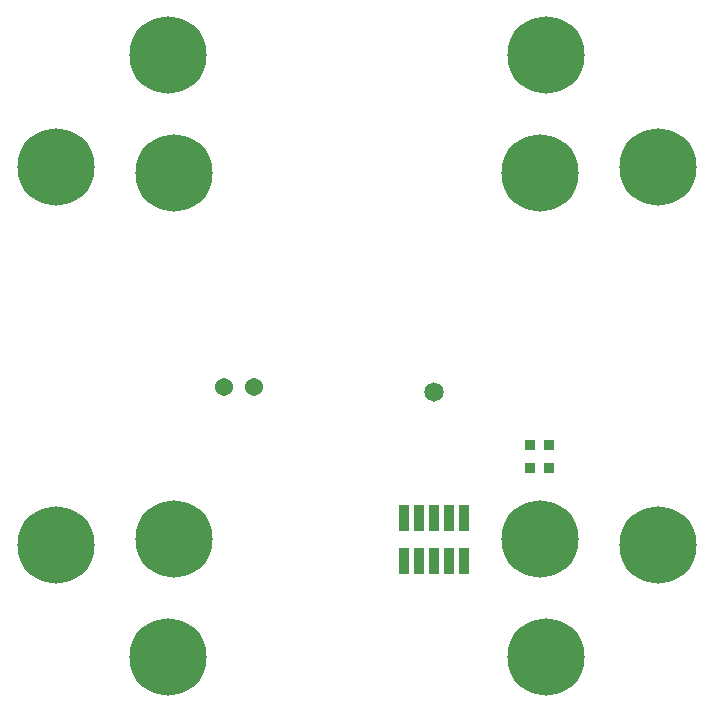
<source format=gts>
G04 #@! TF.FileFunction,Soldermask,Top*
%FSLAX46Y46*%
G04 Gerber Fmt 4.6, Leading zero omitted, Abs format (unit mm)*
G04 Created by KiCad (PCBNEW 4.0.7) date Tue Jun 12 13:47:43 2018*
%MOMM*%
%LPD*%
G01*
G04 APERTURE LIST*
%ADD10C,0.100000*%
%ADD11C,6.540000*%
%ADD12C,0.740000*%
%ADD13R,0.940000X0.940000*%
%ADD14R,0.890000X2.240000*%
%ADD15C,1.540000*%
%ADD16C,1.640000*%
G04 APERTURE END LIST*
D10*
D11*
X44500000Y44500000D03*
D12*
X46900000Y44500000D03*
X46197056Y42802944D03*
X44500000Y42100000D03*
X42802944Y42802944D03*
X42100000Y44500000D03*
X42802944Y46197056D03*
X44500000Y46900000D03*
X46197056Y46197056D03*
D11*
X44500000Y13500000D03*
D12*
X46900000Y13500000D03*
X46197056Y11802944D03*
X44500000Y11100000D03*
X42802944Y11802944D03*
X42100000Y13500000D03*
X42802944Y15197056D03*
X44500000Y15900000D03*
X46197056Y15197056D03*
D11*
X13500000Y13500000D03*
D12*
X15900000Y13500000D03*
X15197056Y11802944D03*
X13500000Y11100000D03*
X11802944Y11802944D03*
X11100000Y13500000D03*
X11802944Y15197056D03*
X13500000Y15900000D03*
X15197056Y15197056D03*
D11*
X13500000Y44500000D03*
D12*
X15900000Y44500000D03*
X15197056Y42802944D03*
X13500000Y42100000D03*
X11802944Y42802944D03*
X11100000Y44500000D03*
X11802944Y46197056D03*
X13500000Y46900000D03*
X15197056Y46197056D03*
D11*
X45000000Y3500000D03*
D12*
X47400000Y3500000D03*
X46697056Y1802944D03*
X45000000Y1100000D03*
X43302944Y1802944D03*
X42600000Y3500000D03*
X43302944Y5197056D03*
X45000000Y5900000D03*
X46697056Y5197056D03*
D11*
X13000000Y3500000D03*
D12*
X15400000Y3500000D03*
X14697056Y1802944D03*
X13000000Y1100000D03*
X11302944Y1802944D03*
X10600000Y3500000D03*
X11302944Y5197056D03*
X13000000Y5900000D03*
X14697056Y5197056D03*
D11*
X45000000Y54500000D03*
D12*
X45000000Y56900000D03*
X46697056Y56197056D03*
X47400000Y54500000D03*
X46697056Y52802944D03*
X45000000Y52100000D03*
X43302944Y52802944D03*
X42600000Y54500000D03*
X43302944Y56197056D03*
D11*
X13000000Y54500000D03*
D12*
X15400000Y54500000D03*
X14697056Y52802944D03*
X13000000Y52100000D03*
X11302944Y52802944D03*
X10600000Y54500000D03*
X11302944Y56197056D03*
X13000000Y56900000D03*
X14697056Y56197056D03*
D11*
X54500000Y13000000D03*
D12*
X56900000Y13000000D03*
X56197056Y11302944D03*
X54500000Y10600000D03*
X52802944Y11302944D03*
X52100000Y13000000D03*
X52802944Y14697056D03*
X54500000Y15400000D03*
X56197056Y14697056D03*
D11*
X54500000Y45000000D03*
D12*
X56900000Y45000000D03*
X56197056Y43302944D03*
X54500000Y42600000D03*
X52802944Y43302944D03*
X52100000Y45000000D03*
X52802944Y46697056D03*
X54500000Y47400000D03*
X56197056Y46697056D03*
D13*
X43700000Y21500000D03*
X45300000Y21500000D03*
X43700000Y19500000D03*
X45300000Y19500000D03*
D14*
X32960000Y15300000D03*
X32960000Y11700000D03*
X34230000Y15300000D03*
X34230000Y11700000D03*
X35500000Y15300000D03*
X35500000Y11700000D03*
X36770000Y15300000D03*
X36770000Y11700000D03*
X38040000Y15300000D03*
X38040000Y11700000D03*
D15*
X20280000Y26360000D03*
X17740000Y26360000D03*
D16*
X35500000Y26000000D03*
D11*
X3500000Y13000000D03*
D12*
X5900000Y13000000D03*
X5197056Y11302944D03*
X3500000Y10600000D03*
X1802944Y11302944D03*
X1100000Y13000000D03*
X1802944Y14697056D03*
X3500000Y15400000D03*
X5197056Y14697056D03*
D11*
X3500000Y45000000D03*
D12*
X5900000Y45000000D03*
X5197056Y43302944D03*
X3500000Y42600000D03*
X1802944Y43302944D03*
X1100000Y45000000D03*
X1802944Y46697056D03*
X3500000Y47400000D03*
X5197056Y46697056D03*
M02*

</source>
